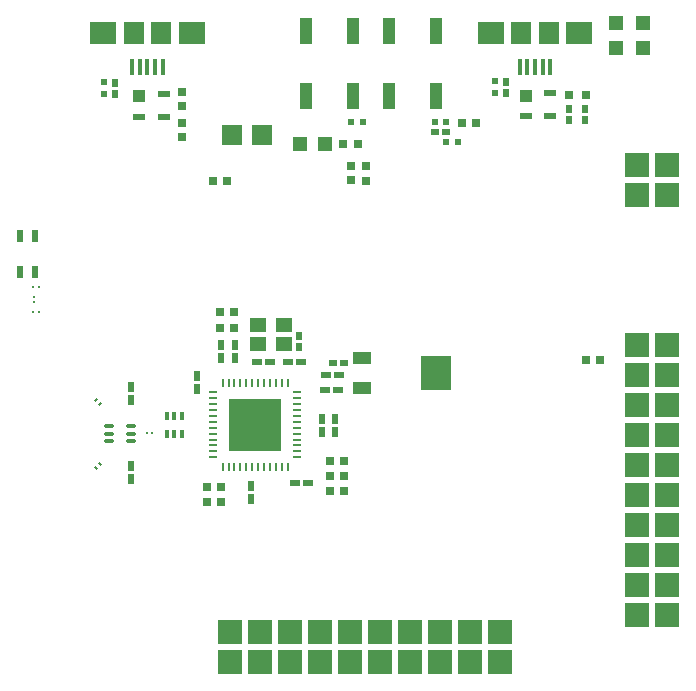
<source format=gtp>
%FSLAX43Y43*%
%MOMM*%
G71*
G01*
G75*
G04 Layer_Color=8421504*
%ADD10R,0.600X1.000*%
%ADD11R,0.400X1.400*%
%ADD12R,2.300X1.900*%
%ADD13R,1.775X1.900*%
%ADD14R,0.650X0.500*%
%ADD15R,1.000X2.250*%
%ADD16R,1.400X1.150*%
%ADD17R,1.600X1.000*%
%ADD18R,2.500X3.000*%
%ADD19O,0.800X0.400*%
%ADD20O,0.250X0.700*%
%ADD21O,0.700X0.250*%
%ADD22R,4.500X4.500*%
%ADD23R,1.200X1.200*%
%ADD24R,1.100X0.600*%
%ADD25R,1.100X1.000*%
%ADD26R,0.350X0.700*%
%ADD27R,0.700X0.700*%
%ADD28R,0.282X0.205*%
%ADD29R,0.550X0.600*%
%ADD30R,0.650X0.800*%
%ADD31R,0.500X0.650*%
%ADD32R,0.762X0.762*%
%ADD33R,0.205X0.282*%
%ADD34R,0.600X0.900*%
%ADD35R,0.800X0.650*%
%ADD36R,0.600X0.550*%
G04:AMPARAMS|DCode=37|XSize=0.205mm|YSize=0.282mm|CornerRadius=0mm|HoleSize=0mm|Usage=FLASHONLY|Rotation=135.000|XOffset=0mm|YOffset=0mm|HoleType=Round|Shape=Rectangle|*
%AMROTATEDRECTD37*
4,1,4,0.172,0.027,-0.027,-0.172,-0.172,-0.027,0.027,0.172,0.172,0.027,0.0*
%
%ADD37ROTATEDRECTD37*%

G04:AMPARAMS|DCode=38|XSize=0.205mm|YSize=0.282mm|CornerRadius=0mm|HoleSize=0mm|Usage=FLASHONLY|Rotation=225.000|XOffset=0mm|YOffset=0mm|HoleType=Round|Shape=Rectangle|*
%AMROTATEDRECTD38*
4,1,4,-0.027,0.172,0.172,-0.027,0.027,-0.172,-0.172,0.027,-0.027,0.172,0.0*
%
%ADD38ROTATEDRECTD38*%

%ADD39R,0.900X0.600*%
%ADD40R,1.200X1.200*%
%ADD41R,0.700X0.700*%
%ADD42C,0.254*%
%ADD43C,0.203*%
%ADD44C,0.180*%
%ADD45C,0.150*%
%ADD46C,0.300*%
%ADD47C,0.125*%
%ADD48C,0.200*%
%ADD49C,0.114*%
%ADD50C,0.250*%
%ADD51C,0.205*%
%ADD52R,0.450X2.959*%
%ADD53R,2.025X0.450*%
%ADD54R,1.650X0.550*%
%ADD55R,0.601X0.571*%
%ADD56R,0.763X0.125*%
%ADD57R,0.600X0.670*%
%ADD58R,0.598X0.716*%
%ADD59R,2.386X0.197*%
%ADD60R,0.350X3.200*%
%ADD61R,1.700X1.700*%
%ADD62C,1.700*%
%ADD63R,1.700X1.700*%
%ADD64C,2.400*%
%ADD65C,1.050*%
%ADD66C,3.600*%
%ADD67C,0.762*%
%ADD68C,0.500*%
%ADD69C,0.450*%
%ADD70C,0.400*%
%ADD71C,0.550*%
%ADD72C,0.500*%
%ADD73C,1.600*%
G04:AMPARAMS|DCode=74|XSize=2.524mm|YSize=2.524mm|CornerRadius=0mm|HoleSize=0mm|Usage=FLASHONLY|Rotation=0.000|XOffset=0mm|YOffset=0mm|HoleType=Round|Shape=Relief|Width=0.254mm|Gap=0.254mm|Entries=4|*
%AMTHD74*
7,0,0,2.524,2.016,0.254,45*
%
%ADD74THD74*%
%ADD75C,2.100*%
G04:AMPARAMS|DCode=76|XSize=3.124mm|YSize=3.124mm|CornerRadius=0mm|HoleSize=0mm|Usage=FLASHONLY|Rotation=0.000|XOffset=0mm|YOffset=0mm|HoleType=Round|Shape=Relief|Width=0.254mm|Gap=0.254mm|Entries=4|*
%AMTHD76*
7,0,0,3.124,2.616,0.254,45*
%
%ADD76THD76*%
G04:AMPARAMS|DCode=77|XSize=1.45mm|YSize=1.45mm|CornerRadius=0mm|HoleSize=0mm|Usage=FLASHONLY|Rotation=0.000|XOffset=0mm|YOffset=0mm|HoleType=Round|Shape=Relief|Width=0.2mm|Gap=0.2mm|Entries=4|*
%AMTHD77*
7,0,0,1.450,1.050,0.200,45*
%
%ADD77THD77*%
%ADD78C,1.250*%
G04:AMPARAMS|DCode=79|XSize=4.224mm|YSize=4.224mm|CornerRadius=0mm|HoleSize=0mm|Usage=FLASHONLY|Rotation=0.000|XOffset=0mm|YOffset=0mm|HoleType=Round|Shape=Relief|Width=0.254mm|Gap=0.254mm|Entries=4|*
%AMTHD79*
7,0,0,4.224,3.716,0.254,45*
%
%ADD79THD79*%
%ADD80C,0.800*%
%ADD81C,0.850*%
%ADD82C,0.400*%
%ADD83C,2.200*%
%ADD84C,3.300*%
%ADD85C,0.930*%
%ADD86C,1.270*%
%ADD87R,1.300X1.600*%
%ADD88R,0.600X0.250*%
%ADD89R,1.600X1.500*%
%ADD90C,0.280*%
%ADD91R,1.700X0.350*%
%ADD92R,1.300X0.600*%
%ADD93R,0.350X0.850*%
%ADD94R,0.950X1.750*%
%ADD95C,0.300*%
%ADD96C,0.800*%
%ADD97C,1.000*%
%ADD98C,0.100*%
%ADD99C,0.050*%
%ADD100C,0.102*%
%ADD101R,0.800X1.000*%
%ADD102R,0.875X0.550*%
%ADD103R,2.100X2.100*%
%ADD104R,2.100X2.100*%
%ADD105R,1.700X1.700*%
D10*
X-57900Y-22500D02*
D03*
X-59200D02*
D03*
X-57900Y-19500D02*
D03*
X-59200D02*
D03*
D11*
X-47134Y-5150D02*
D03*
X-47784D02*
D03*
X-48434D02*
D03*
X-49084D02*
D03*
X-49734D02*
D03*
X-14300D02*
D03*
X-14950D02*
D03*
X-15600D02*
D03*
X-16250D02*
D03*
X-16900D02*
D03*
D12*
X-44684Y-2300D02*
D03*
X-52184D02*
D03*
X-11850D02*
D03*
X-19350D02*
D03*
D13*
X-47271D02*
D03*
X-49597D02*
D03*
X-14438D02*
D03*
X-16763D02*
D03*
D14*
X-32703Y-30258D02*
D03*
X-31753D02*
D03*
X-23125Y-10675D02*
D03*
X-24075D02*
D03*
D15*
X-35000Y-7650D02*
D03*
Y-2150D02*
D03*
X-31000D02*
D03*
Y-7650D02*
D03*
X-28000D02*
D03*
Y-2150D02*
D03*
X-24000D02*
D03*
Y-7650D02*
D03*
D16*
X-36872Y-28648D02*
D03*
X-39072D02*
D03*
Y-27048D02*
D03*
X-36872D02*
D03*
D17*
X-30266Y-29796D02*
D03*
Y-32396D02*
D03*
D18*
X-24016Y-31096D02*
D03*
D19*
X-51700Y-35575D02*
D03*
Y-36225D02*
D03*
Y-36875D02*
D03*
X-49800D02*
D03*
Y-35575D02*
D03*
Y-36225D02*
D03*
D20*
X-36550Y-31925D02*
D03*
X-37050D02*
D03*
X-37550D02*
D03*
X-38050D02*
D03*
X-38550D02*
D03*
X-39050D02*
D03*
X-39550D02*
D03*
X-40050D02*
D03*
X-40550D02*
D03*
X-41050D02*
D03*
X-41550D02*
D03*
X-42050D02*
D03*
Y-39025D02*
D03*
X-41550D02*
D03*
X-41050D02*
D03*
X-40550D02*
D03*
X-40050D02*
D03*
X-39550D02*
D03*
X-39050D02*
D03*
X-38550D02*
D03*
X-38050D02*
D03*
X-37550D02*
D03*
X-37050D02*
D03*
X-36550D02*
D03*
D21*
X-42850Y-32725D02*
D03*
Y-33225D02*
D03*
Y-33725D02*
D03*
Y-34225D02*
D03*
Y-34725D02*
D03*
Y-35225D02*
D03*
Y-35725D02*
D03*
Y-36225D02*
D03*
Y-36725D02*
D03*
Y-37225D02*
D03*
Y-37725D02*
D03*
Y-38225D02*
D03*
X-35750D02*
D03*
Y-37725D02*
D03*
Y-37225D02*
D03*
Y-36725D02*
D03*
Y-36225D02*
D03*
Y-35725D02*
D03*
Y-35225D02*
D03*
Y-34725D02*
D03*
Y-34225D02*
D03*
Y-33725D02*
D03*
Y-33225D02*
D03*
Y-32725D02*
D03*
D22*
X-39300Y-35475D02*
D03*
D23*
X-35500Y-11700D02*
D03*
X-33400D02*
D03*
D24*
X-47059Y-7478D02*
D03*
Y-9378D02*
D03*
X-49159D02*
D03*
X-14300Y-7400D02*
D03*
Y-9300D02*
D03*
X-16400D02*
D03*
D25*
X-49159Y-7678D02*
D03*
X-16400Y-7600D02*
D03*
D26*
X-46800Y-36225D02*
D03*
X-46150D02*
D03*
X-45500D02*
D03*
X-46800Y-34725D02*
D03*
X-46150D02*
D03*
X-45500D02*
D03*
D27*
X-42250Y-25885D02*
D03*
Y-27285D02*
D03*
D28*
X-58058Y-24641D02*
D03*
Y-25115D02*
D03*
D29*
X-52100Y-7478D02*
D03*
Y-6478D02*
D03*
X-19000Y-6400D02*
D03*
Y-7400D02*
D03*
D30*
X-45510Y-9900D02*
D03*
Y-11100D02*
D03*
X-31225Y-13592D02*
D03*
Y-14792D02*
D03*
X-29887Y-13600D02*
D03*
Y-14800D02*
D03*
X-45510Y-7295D02*
D03*
Y-8495D02*
D03*
D31*
X-51200Y-6503D02*
D03*
Y-7453D02*
D03*
X-35586Y-28896D02*
D03*
Y-27946D02*
D03*
X-18100Y-7375D02*
D03*
Y-6425D02*
D03*
X-12700Y-8700D02*
D03*
Y-9650D02*
D03*
X-11400Y-8700D02*
D03*
Y-9650D02*
D03*
D32*
X-41122Y-27309D02*
D03*
Y-25912D02*
D03*
D33*
X-57622Y-23819D02*
D03*
X-58096D02*
D03*
X-48016Y-36193D02*
D03*
X-48491D02*
D03*
X-57619Y-25947D02*
D03*
X-58094D02*
D03*
D34*
X-33625Y-36125D02*
D03*
Y-35025D02*
D03*
X-40979Y-29792D02*
D03*
Y-28692D02*
D03*
X-49808Y-38959D02*
D03*
Y-40059D02*
D03*
X-49796Y-33397D02*
D03*
Y-32297D02*
D03*
X-39625Y-41775D02*
D03*
Y-40675D02*
D03*
X-42206Y-28698D02*
D03*
Y-29798D02*
D03*
X-44260Y-32413D02*
D03*
Y-31313D02*
D03*
X-32532Y-36125D02*
D03*
Y-35025D02*
D03*
D35*
X-11330Y-30000D02*
D03*
X-10130D02*
D03*
X-31825Y-11700D02*
D03*
X-30625D02*
D03*
X-21800Y-9900D02*
D03*
X-20600D02*
D03*
X-31775Y-39825D02*
D03*
X-32975D02*
D03*
X-31775Y-41075D02*
D03*
X-32975D02*
D03*
X-31775Y-38575D02*
D03*
X-32975D02*
D03*
X-42157Y-40730D02*
D03*
X-43357D02*
D03*
X-42153Y-41980D02*
D03*
X-43353D02*
D03*
X-41650Y-14874D02*
D03*
X-42850D02*
D03*
D36*
X-22120Y-11535D02*
D03*
X-23120D02*
D03*
X-23100Y-9800D02*
D03*
X-24100D02*
D03*
X-30150Y-9850D02*
D03*
X-31150D02*
D03*
D37*
X-52465Y-33736D02*
D03*
X-52801Y-33400D02*
D03*
D38*
X-52450Y-38759D02*
D03*
X-52786Y-39095D02*
D03*
D39*
X-33350Y-32546D02*
D03*
X-32250D02*
D03*
X-33303Y-31271D02*
D03*
X-32203D02*
D03*
X-38050Y-30139D02*
D03*
X-39150D02*
D03*
X-36494D02*
D03*
X-35394D02*
D03*
X-35944Y-40414D02*
D03*
X-34844D02*
D03*
D40*
X-8750Y-3550D02*
D03*
Y-1450D02*
D03*
X-6500Y-3550D02*
D03*
Y-1450D02*
D03*
D41*
X-12700Y-7575D02*
D03*
X-11300D02*
D03*
D103*
X-6970Y-13490D02*
D03*
X-4430D02*
D03*
X-6970Y-16030D02*
D03*
X-4430D02*
D03*
X-6970Y-28730D02*
D03*
X-4430Y-51590D02*
D03*
X-6970D02*
D03*
X-4430Y-49050D02*
D03*
X-6970D02*
D03*
X-4430Y-46510D02*
D03*
X-6970D02*
D03*
X-4430Y-43970D02*
D03*
X-6970D02*
D03*
X-4430Y-41430D02*
D03*
X-6970D02*
D03*
X-4430Y-28730D02*
D03*
X-6970Y-31270D02*
D03*
X-4430D02*
D03*
X-6970Y-33810D02*
D03*
X-4430D02*
D03*
X-6970Y-36350D02*
D03*
X-4430D02*
D03*
X-6970Y-38890D02*
D03*
X-4430D02*
D03*
D104*
X-28730Y-55570D02*
D03*
Y-53030D02*
D03*
X-26190Y-55570D02*
D03*
Y-53030D02*
D03*
X-23650Y-55570D02*
D03*
Y-53030D02*
D03*
X-21110Y-55570D02*
D03*
Y-53030D02*
D03*
X-18570Y-55570D02*
D03*
X-31270Y-53030D02*
D03*
Y-55570D02*
D03*
X-33810Y-53030D02*
D03*
Y-55570D02*
D03*
X-36350Y-53030D02*
D03*
Y-55570D02*
D03*
X-38890Y-53030D02*
D03*
Y-55570D02*
D03*
X-41430Y-53030D02*
D03*
Y-55570D02*
D03*
X-18570Y-53030D02*
D03*
D105*
X-38730Y-10950D02*
D03*
X-41270D02*
D03*
M02*

</source>
